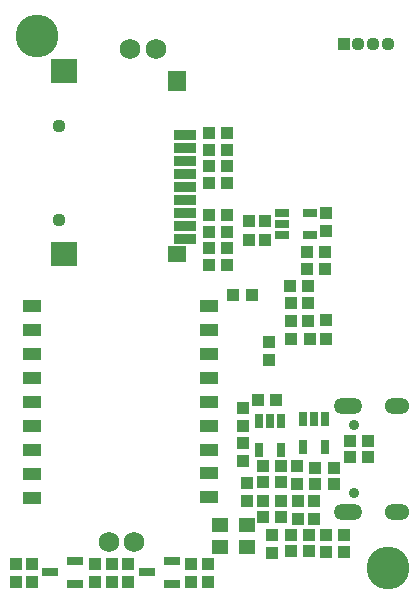
<source format=gbs>
G04*
G04 #@! TF.GenerationSoftware,Altium Limited,Altium Designer,23.5.1 (21)*
G04*
G04 Layer_Color=16711935*
%FSLAX44Y44*%
%MOMM*%
G71*
G04*
G04 #@! TF.SameCoordinates,D8F5AE86-2F01-4A25-AC6E-D886633190FF*
G04*
G04*
G04 #@! TF.FilePolarity,Negative*
G04*
G01*
G75*
%ADD55R,1.0270X0.9770*%
%ADD56R,0.9770X1.0270*%
%ADD58R,1.4270X0.7270*%
%ADD67C,1.7270*%
%ADD84C,1.1270*%
%ADD85O,2.4270X1.3270*%
%ADD86O,2.1270X1.3270*%
%ADD87C,0.8770*%
%ADD88R,1.1270X1.1270*%
%ADD89C,3.6270*%
%ADD120R,0.7270X1.1770*%
%ADD121R,1.1770X0.7270*%
%ADD122R,1.4270X1.1770*%
%ADD123R,1.6270X1.1270*%
%ADD124R,1.9270X0.8270*%
%ADD125R,1.5270X1.3270*%
%ADD126R,2.3270X2.1590*%
%ADD127R,1.5270X1.7270*%
D55*
X278261Y95250D02*
D03*
X262761D02*
D03*
X278130Y109220D02*
D03*
X262630D02*
D03*
X233940Y67310D02*
D03*
X218440D02*
D03*
X233940Y81280D02*
D03*
X218440D02*
D03*
X233432Y96774D02*
D03*
X217932D02*
D03*
X233432Y110744D02*
D03*
X217932D02*
D03*
X307471Y118110D02*
D03*
X291971D02*
D03*
Y132080D02*
D03*
X307471D02*
D03*
X270877Y291802D02*
D03*
X255377D02*
D03*
X270877Y277832D02*
D03*
X255377D02*
D03*
X193299Y255300D02*
D03*
X208799D02*
D03*
X256414Y263354D02*
D03*
X240914D02*
D03*
X242441Y218440D02*
D03*
X257941D02*
D03*
X229493Y166878D02*
D03*
X213993D02*
D03*
X287280Y52070D02*
D03*
X271780D02*
D03*
X287151Y38100D02*
D03*
X271651D02*
D03*
X242185Y52070D02*
D03*
X257685D02*
D03*
X242020Y38282D02*
D03*
X257520D02*
D03*
X172591Y392430D02*
D03*
X188091D02*
D03*
X172591Y378460D02*
D03*
X188091D02*
D03*
X172591Y364490D02*
D03*
X188091D02*
D03*
Y350520D02*
D03*
X172591D02*
D03*
Y323120D02*
D03*
X188091D02*
D03*
X172591Y309150D02*
D03*
X188091D02*
D03*
X172591Y295180D02*
D03*
X188091D02*
D03*
X188220Y281210D02*
D03*
X172720D02*
D03*
D56*
X247142Y95373D02*
D03*
Y110873D02*
D03*
X271526Y309241D02*
D03*
Y324741D02*
D03*
X242316Y233549D02*
D03*
Y249049D02*
D03*
X256540Y233420D02*
D03*
Y248920D02*
D03*
X271780Y218440D02*
D03*
Y233940D02*
D03*
X223550Y200049D02*
D03*
Y215549D02*
D03*
X201422Y144395D02*
D03*
Y159895D02*
D03*
Y114554D02*
D03*
Y130054D02*
D03*
X204470Y81151D02*
D03*
Y96651D02*
D03*
X247650Y65911D02*
D03*
Y81411D02*
D03*
X261620Y65911D02*
D03*
Y81411D02*
D03*
X9035Y12419D02*
D03*
Y27919D02*
D03*
X23005Y12419D02*
D03*
Y27919D02*
D03*
X104140Y27921D02*
D03*
Y12421D02*
D03*
X90170Y27919D02*
D03*
Y12419D02*
D03*
X76200Y12421D02*
D03*
Y27921D02*
D03*
X226060Y36699D02*
D03*
Y52199D02*
D03*
X157480Y27919D02*
D03*
Y12419D02*
D03*
X171450Y12421D02*
D03*
Y27921D02*
D03*
X219710Y317885D02*
D03*
Y302385D02*
D03*
X206204Y317885D02*
D03*
Y302385D02*
D03*
D58*
X38308Y20658D02*
D03*
X59308Y11158D02*
D03*
Y30158D02*
D03*
X120310Y20658D02*
D03*
X141310Y11158D02*
D03*
Y30158D02*
D03*
D67*
X109220Y45974D02*
D03*
X87630D02*
D03*
X127508Y463550D02*
D03*
X105410D02*
D03*
D84*
X45720Y318770D02*
D03*
Y398770D02*
D03*
X324158Y468122D02*
D03*
X311658D02*
D03*
X299158D02*
D03*
D85*
X290592Y71839D02*
D03*
X290592Y161839D02*
D03*
D86*
X332092Y161841D02*
D03*
X332092Y71840D02*
D03*
D87*
X295592Y145741D02*
D03*
Y87941D02*
D03*
D88*
X286658Y468122D02*
D03*
D89*
X324600Y24130D02*
D03*
X26670Y474980D02*
D03*
D120*
X214782Y124398D02*
D03*
X233782D02*
D03*
Y148398D02*
D03*
X224282D02*
D03*
X214782D02*
D03*
X252120Y126430D02*
D03*
X271120D02*
D03*
Y150430D02*
D03*
X261620D02*
D03*
X252120D02*
D03*
D121*
X258442Y305866D02*
D03*
Y324866D02*
D03*
X234442D02*
D03*
Y315366D02*
D03*
Y305866D02*
D03*
D122*
X204724Y42418D02*
D03*
X181724D02*
D03*
Y60918D02*
D03*
X204724D02*
D03*
D123*
X22860Y83820D02*
D03*
Y104070D02*
D03*
Y124320D02*
D03*
Y144570D02*
D03*
Y164820D02*
D03*
Y185070D02*
D03*
Y205320D02*
D03*
Y225570D02*
D03*
Y245820D02*
D03*
X172860Y84070D02*
D03*
Y104320D02*
D03*
Y124570D02*
D03*
Y144820D02*
D03*
Y165070D02*
D03*
Y185320D02*
D03*
Y205570D02*
D03*
Y225820D02*
D03*
Y246070D02*
D03*
D124*
X151990Y335770D02*
D03*
Y302770D02*
D03*
Y313770D02*
D03*
Y324770D02*
D03*
Y346770D02*
D03*
Y357770D02*
D03*
Y368770D02*
D03*
Y379770D02*
D03*
Y390770D02*
D03*
D125*
X145720Y289770D02*
D03*
D126*
X49720Y289770D02*
D03*
Y444770D02*
D03*
D127*
X145720Y436770D02*
D03*
M02*

</source>
